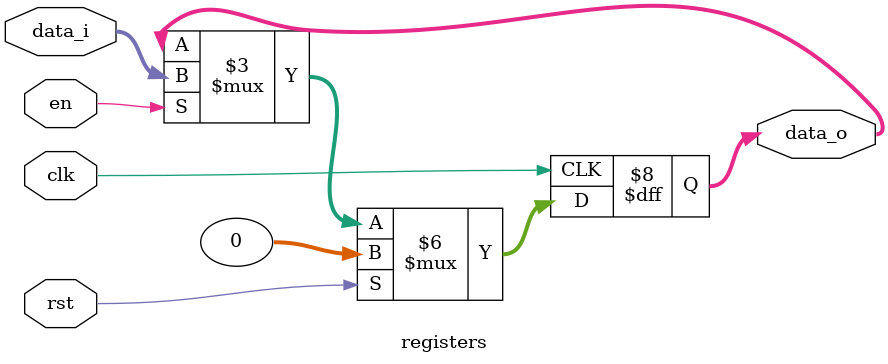
<source format=sv>
module registers(
  input  logic        clk,
  input  logic        rst,
  input  logic        en,
  input  logic [31:0] data_i,
  output logic [31:0] data_o
);
  
  always_ff @(posedge clk) begin
    if (rst ) begin
      data_o <= 0;

    end
    else if(en) begin
      data_o <= data_i;

    end
    else
      data_o<=data_o;
  end
endmodule : registers

</source>
